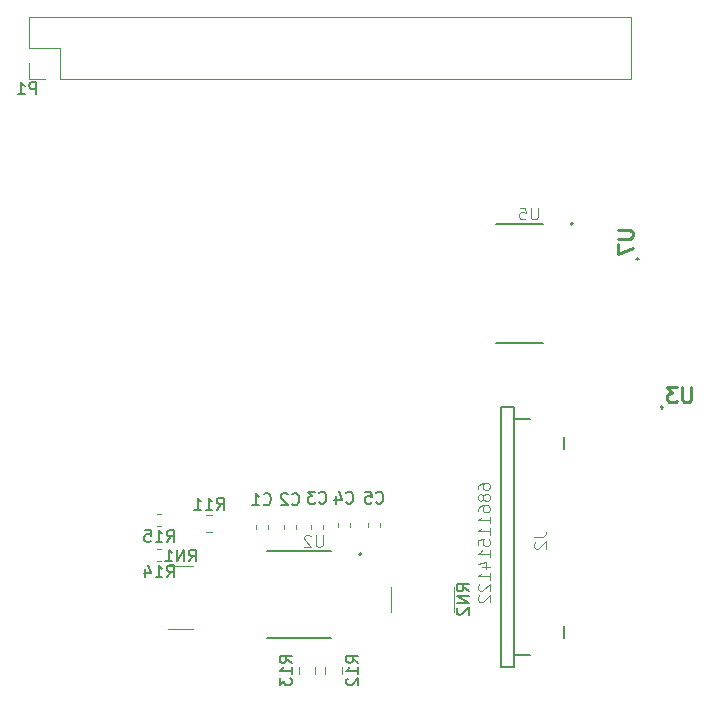
<source format=gbo>
G04 #@! TF.GenerationSoftware,KiCad,Pcbnew,(5.1.0)-1*
G04 #@! TF.CreationDate,2020-06-21T15:24:11+01:00*
G04 #@! TF.ProjectId,Top Board,546f7020-426f-4617-9264-2e6b69636164,-*
G04 #@! TF.SameCoordinates,Original*
G04 #@! TF.FileFunction,Legend,Bot*
G04 #@! TF.FilePolarity,Positive*
%FSLAX46Y46*%
G04 Gerber Fmt 4.6, Leading zero omitted, Abs format (unit mm)*
G04 Created by KiCad (PCBNEW (5.1.0)-1) date 2020-06-21 15:24:11*
%MOMM*%
%LPD*%
G04 APERTURE LIST*
%ADD10C,0.200000*%
%ADD11C,0.127000*%
%ADD12C,0.120000*%
%ADD13C,0.254000*%
%ADD14C,0.015000*%
%ADD15C,0.150000*%
%ADD16C,0.050000*%
G04 APERTURE END LIST*
D10*
X166600000Y-87450000D02*
X166600000Y-87450000D01*
X166400000Y-87450000D02*
X166400000Y-87450000D01*
X166400000Y-87450000D02*
G75*
G02X166600000Y-87450000I100000J0D01*
G01*
X166600000Y-87450000D02*
G75*
G02X166400000Y-87450000I-100000J0D01*
G01*
X168550000Y-100100000D02*
X168550000Y-100100000D01*
X168550000Y-99900000D02*
X168550000Y-99900000D01*
X168550000Y-99900000D02*
G75*
G02X168550000Y-100100000I0J-100000D01*
G01*
X168550000Y-100100000D02*
G75*
G02X168550000Y-99900000I0J100000D01*
G01*
D11*
X158500000Y-94560000D02*
X154500000Y-94560000D01*
X158500000Y-84440000D02*
X154500000Y-84440000D01*
D10*
X161030000Y-84465000D02*
G75*
G03X161030000Y-84465000I-100000J0D01*
G01*
D12*
X114990000Y-66960000D02*
X114990000Y-69560000D01*
X114990000Y-66960000D02*
X165910000Y-66960000D01*
X165910000Y-66960000D02*
X165910000Y-72160000D01*
X117590000Y-72160000D02*
X165910000Y-72160000D01*
X117590000Y-69560000D02*
X117590000Y-72160000D01*
X114990000Y-69560000D02*
X117590000Y-69560000D01*
X114990000Y-72160000D02*
X116320000Y-72160000D01*
X114990000Y-70830000D02*
X114990000Y-72160000D01*
X134164000Y-110277267D02*
X134164000Y-109934733D01*
X135184000Y-110277267D02*
X135184000Y-109934733D01*
X136577000Y-110291267D02*
X136577000Y-109948733D01*
X137597000Y-110291267D02*
X137597000Y-109948733D01*
X139883000Y-110263267D02*
X139883000Y-109920733D01*
X138863000Y-110263267D02*
X138863000Y-109920733D01*
X141149000Y-110150267D02*
X141149000Y-109807733D01*
X142169000Y-110150267D02*
X142169000Y-109807733D01*
X144709000Y-110150267D02*
X144709000Y-109807733D01*
X143689000Y-110150267D02*
X143689000Y-109807733D01*
X130499252Y-109150000D02*
X129976748Y-109150000D01*
X130499252Y-110570000D02*
X129976748Y-110570000D01*
X141460000Y-122536252D02*
X141460000Y-122013748D01*
X140040000Y-122536252D02*
X140040000Y-122013748D01*
X137790000Y-122536252D02*
X137790000Y-122013748D01*
X139210000Y-122536252D02*
X139210000Y-122013748D01*
X125828733Y-111990000D02*
X126171267Y-111990000D01*
X125828733Y-113010000D02*
X126171267Y-113010000D01*
X125828733Y-110010000D02*
X126171267Y-110010000D01*
X125828733Y-108990000D02*
X126171267Y-108990000D01*
D10*
X143109000Y-112424000D02*
G75*
G03X143109000Y-112424000I-100000J0D01*
G01*
D11*
X140539000Y-112164000D02*
X135159000Y-112164000D01*
X140539000Y-119494000D02*
X135159000Y-119494000D01*
D12*
X126766000Y-118753000D02*
X128866000Y-118753000D01*
X126766000Y-113413000D02*
X128866000Y-113413000D01*
X150920000Y-115200000D02*
X150920000Y-117300000D01*
X145580000Y-115200000D02*
X145580000Y-117300000D01*
D11*
X156000000Y-122000000D02*
X156000000Y-121000000D01*
X156000000Y-121000000D02*
X156000000Y-101000000D01*
X156000000Y-101000000D02*
X156000000Y-100000000D01*
X156000000Y-100000000D02*
X154900000Y-100000000D01*
X154900000Y-100000000D02*
X154900000Y-122000000D01*
X154900000Y-122000000D02*
X156000000Y-122000000D01*
X160300000Y-119500000D02*
X160300000Y-118500000D01*
X160300000Y-103500000D02*
X160300000Y-102500000D01*
X157400000Y-121000000D02*
X156000000Y-121000000D01*
X157400000Y-101000000D02*
X156000000Y-101000000D01*
D13*
X164804523Y-84982380D02*
X165832619Y-84982380D01*
X165953571Y-85042857D01*
X166014047Y-85103333D01*
X166074523Y-85224285D01*
X166074523Y-85466190D01*
X166014047Y-85587142D01*
X165953571Y-85647619D01*
X165832619Y-85708095D01*
X164804523Y-85708095D01*
X164804523Y-86191904D02*
X164804523Y-87038571D01*
X166074523Y-86494285D01*
X171017619Y-98304523D02*
X171017619Y-99332619D01*
X170957142Y-99453571D01*
X170896666Y-99514047D01*
X170775714Y-99574523D01*
X170533809Y-99574523D01*
X170412857Y-99514047D01*
X170352380Y-99453571D01*
X170291904Y-99332619D01*
X170291904Y-98304523D01*
X169808095Y-98304523D02*
X169021904Y-98304523D01*
X169445238Y-98788333D01*
X169263809Y-98788333D01*
X169142857Y-98848809D01*
X169082380Y-98909285D01*
X169021904Y-99030238D01*
X169021904Y-99332619D01*
X169082380Y-99453571D01*
X169142857Y-99514047D01*
X169263809Y-99574523D01*
X169626666Y-99574523D01*
X169747619Y-99514047D01*
X169808095Y-99453571D01*
D14*
X158036904Y-83080380D02*
X158036904Y-83889904D01*
X157989285Y-83985142D01*
X157941666Y-84032761D01*
X157846428Y-84080380D01*
X157655952Y-84080380D01*
X157560714Y-84032761D01*
X157513095Y-83985142D01*
X157465476Y-83889904D01*
X157465476Y-83080380D01*
X156513095Y-83080380D02*
X156989285Y-83080380D01*
X157036904Y-83556571D01*
X156989285Y-83508952D01*
X156894047Y-83461333D01*
X156655952Y-83461333D01*
X156560714Y-83508952D01*
X156513095Y-83556571D01*
X156465476Y-83651809D01*
X156465476Y-83889904D01*
X156513095Y-83985142D01*
X156560714Y-84032761D01*
X156655952Y-84080380D01*
X156894047Y-84080380D01*
X156989285Y-84032761D01*
X157036904Y-83985142D01*
D15*
X115546095Y-73490380D02*
X115546095Y-72490380D01*
X115165142Y-72490380D01*
X115069904Y-72538000D01*
X115022285Y-72585619D01*
X114974666Y-72680857D01*
X114974666Y-72823714D01*
X115022285Y-72918952D01*
X115069904Y-72966571D01*
X115165142Y-73014190D01*
X115546095Y-73014190D01*
X114022285Y-73490380D02*
X114593714Y-73490380D01*
X114308000Y-73490380D02*
X114308000Y-72490380D01*
X114403238Y-72633238D01*
X114498476Y-72728476D01*
X114593714Y-72776095D01*
X134840666Y-108177142D02*
X134888285Y-108224761D01*
X135031142Y-108272380D01*
X135126380Y-108272380D01*
X135269238Y-108224761D01*
X135364476Y-108129523D01*
X135412095Y-108034285D01*
X135459714Y-107843809D01*
X135459714Y-107700952D01*
X135412095Y-107510476D01*
X135364476Y-107415238D01*
X135269238Y-107320000D01*
X135126380Y-107272380D01*
X135031142Y-107272380D01*
X134888285Y-107320000D01*
X134840666Y-107367619D01*
X133888285Y-108272380D02*
X134459714Y-108272380D01*
X134174000Y-108272380D02*
X134174000Y-107272380D01*
X134269238Y-107415238D01*
X134364476Y-107510476D01*
X134459714Y-107558095D01*
X137253666Y-108177142D02*
X137301285Y-108224761D01*
X137444142Y-108272380D01*
X137539380Y-108272380D01*
X137682238Y-108224761D01*
X137777476Y-108129523D01*
X137825095Y-108034285D01*
X137872714Y-107843809D01*
X137872714Y-107700952D01*
X137825095Y-107510476D01*
X137777476Y-107415238D01*
X137682238Y-107320000D01*
X137539380Y-107272380D01*
X137444142Y-107272380D01*
X137301285Y-107320000D01*
X137253666Y-107367619D01*
X136872714Y-107367619D02*
X136825095Y-107320000D01*
X136729857Y-107272380D01*
X136491761Y-107272380D01*
X136396523Y-107320000D01*
X136348904Y-107367619D01*
X136301285Y-107462857D01*
X136301285Y-107558095D01*
X136348904Y-107700952D01*
X136920333Y-108272380D01*
X136301285Y-108272380D01*
X139539666Y-108050142D02*
X139587285Y-108097761D01*
X139730142Y-108145380D01*
X139825380Y-108145380D01*
X139968238Y-108097761D01*
X140063476Y-108002523D01*
X140111095Y-107907285D01*
X140158714Y-107716809D01*
X140158714Y-107573952D01*
X140111095Y-107383476D01*
X140063476Y-107288238D01*
X139968238Y-107193000D01*
X139825380Y-107145380D01*
X139730142Y-107145380D01*
X139587285Y-107193000D01*
X139539666Y-107240619D01*
X139206333Y-107145380D02*
X138587285Y-107145380D01*
X138920619Y-107526333D01*
X138777761Y-107526333D01*
X138682523Y-107573952D01*
X138634904Y-107621571D01*
X138587285Y-107716809D01*
X138587285Y-107954904D01*
X138634904Y-108050142D01*
X138682523Y-108097761D01*
X138777761Y-108145380D01*
X139063476Y-108145380D01*
X139158714Y-108097761D01*
X139206333Y-108050142D01*
X141825666Y-108050142D02*
X141873285Y-108097761D01*
X142016142Y-108145380D01*
X142111380Y-108145380D01*
X142254238Y-108097761D01*
X142349476Y-108002523D01*
X142397095Y-107907285D01*
X142444714Y-107716809D01*
X142444714Y-107573952D01*
X142397095Y-107383476D01*
X142349476Y-107288238D01*
X142254238Y-107193000D01*
X142111380Y-107145380D01*
X142016142Y-107145380D01*
X141873285Y-107193000D01*
X141825666Y-107240619D01*
X140968523Y-107478714D02*
X140968523Y-108145380D01*
X141206619Y-107097761D02*
X141444714Y-107812047D01*
X140825666Y-107812047D01*
X144365666Y-108050142D02*
X144413285Y-108097761D01*
X144556142Y-108145380D01*
X144651380Y-108145380D01*
X144794238Y-108097761D01*
X144889476Y-108002523D01*
X144937095Y-107907285D01*
X144984714Y-107716809D01*
X144984714Y-107573952D01*
X144937095Y-107383476D01*
X144889476Y-107288238D01*
X144794238Y-107193000D01*
X144651380Y-107145380D01*
X144556142Y-107145380D01*
X144413285Y-107193000D01*
X144365666Y-107240619D01*
X143460904Y-107145380D02*
X143937095Y-107145380D01*
X143984714Y-107621571D01*
X143937095Y-107573952D01*
X143841857Y-107526333D01*
X143603761Y-107526333D01*
X143508523Y-107573952D01*
X143460904Y-107621571D01*
X143413285Y-107716809D01*
X143413285Y-107954904D01*
X143460904Y-108050142D01*
X143508523Y-108097761D01*
X143603761Y-108145380D01*
X143841857Y-108145380D01*
X143937095Y-108097761D01*
X143984714Y-108050142D01*
X130880857Y-108662380D02*
X131214190Y-108186190D01*
X131452285Y-108662380D02*
X131452285Y-107662380D01*
X131071333Y-107662380D01*
X130976095Y-107710000D01*
X130928476Y-107757619D01*
X130880857Y-107852857D01*
X130880857Y-107995714D01*
X130928476Y-108090952D01*
X130976095Y-108138571D01*
X131071333Y-108186190D01*
X131452285Y-108186190D01*
X129928476Y-108662380D02*
X130499904Y-108662380D01*
X130214190Y-108662380D02*
X130214190Y-107662380D01*
X130309428Y-107805238D01*
X130404666Y-107900476D01*
X130499904Y-107948095D01*
X128976095Y-108662380D02*
X129547523Y-108662380D01*
X129261809Y-108662380D02*
X129261809Y-107662380D01*
X129357047Y-107805238D01*
X129452285Y-107900476D01*
X129547523Y-107948095D01*
X142852380Y-121632142D02*
X142376190Y-121298809D01*
X142852380Y-121060714D02*
X141852380Y-121060714D01*
X141852380Y-121441666D01*
X141900000Y-121536904D01*
X141947619Y-121584523D01*
X142042857Y-121632142D01*
X142185714Y-121632142D01*
X142280952Y-121584523D01*
X142328571Y-121536904D01*
X142376190Y-121441666D01*
X142376190Y-121060714D01*
X142852380Y-122584523D02*
X142852380Y-122013095D01*
X142852380Y-122298809D02*
X141852380Y-122298809D01*
X141995238Y-122203571D01*
X142090476Y-122108333D01*
X142138095Y-122013095D01*
X141947619Y-122965476D02*
X141900000Y-123013095D01*
X141852380Y-123108333D01*
X141852380Y-123346428D01*
X141900000Y-123441666D01*
X141947619Y-123489285D01*
X142042857Y-123536904D01*
X142138095Y-123536904D01*
X142280952Y-123489285D01*
X142852380Y-122917857D01*
X142852380Y-123536904D01*
X137202380Y-121632142D02*
X136726190Y-121298809D01*
X137202380Y-121060714D02*
X136202380Y-121060714D01*
X136202380Y-121441666D01*
X136250000Y-121536904D01*
X136297619Y-121584523D01*
X136392857Y-121632142D01*
X136535714Y-121632142D01*
X136630952Y-121584523D01*
X136678571Y-121536904D01*
X136726190Y-121441666D01*
X136726190Y-121060714D01*
X137202380Y-122584523D02*
X137202380Y-122013095D01*
X137202380Y-122298809D02*
X136202380Y-122298809D01*
X136345238Y-122203571D01*
X136440476Y-122108333D01*
X136488095Y-122013095D01*
X136202380Y-122917857D02*
X136202380Y-123536904D01*
X136583333Y-123203571D01*
X136583333Y-123346428D01*
X136630952Y-123441666D01*
X136678571Y-123489285D01*
X136773809Y-123536904D01*
X137011904Y-123536904D01*
X137107142Y-123489285D01*
X137154761Y-123441666D01*
X137202380Y-123346428D01*
X137202380Y-123060714D01*
X137154761Y-122965476D01*
X137107142Y-122917857D01*
X126642857Y-114382380D02*
X126976190Y-113906190D01*
X127214285Y-114382380D02*
X127214285Y-113382380D01*
X126833333Y-113382380D01*
X126738095Y-113430000D01*
X126690476Y-113477619D01*
X126642857Y-113572857D01*
X126642857Y-113715714D01*
X126690476Y-113810952D01*
X126738095Y-113858571D01*
X126833333Y-113906190D01*
X127214285Y-113906190D01*
X125690476Y-114382380D02*
X126261904Y-114382380D01*
X125976190Y-114382380D02*
X125976190Y-113382380D01*
X126071428Y-113525238D01*
X126166666Y-113620476D01*
X126261904Y-113668095D01*
X124833333Y-113715714D02*
X124833333Y-114382380D01*
X125071428Y-113334761D02*
X125309523Y-114049047D01*
X124690476Y-114049047D01*
X126642857Y-111382380D02*
X126976190Y-110906190D01*
X127214285Y-111382380D02*
X127214285Y-110382380D01*
X126833333Y-110382380D01*
X126738095Y-110430000D01*
X126690476Y-110477619D01*
X126642857Y-110572857D01*
X126642857Y-110715714D01*
X126690476Y-110810952D01*
X126738095Y-110858571D01*
X126833333Y-110906190D01*
X127214285Y-110906190D01*
X125690476Y-111382380D02*
X126261904Y-111382380D01*
X125976190Y-111382380D02*
X125976190Y-110382380D01*
X126071428Y-110525238D01*
X126166666Y-110620476D01*
X126261904Y-110668095D01*
X124785714Y-110382380D02*
X125261904Y-110382380D01*
X125309523Y-110858571D01*
X125261904Y-110810952D01*
X125166666Y-110763333D01*
X124928571Y-110763333D01*
X124833333Y-110810952D01*
X124785714Y-110858571D01*
X124738095Y-110953809D01*
X124738095Y-111191904D01*
X124785714Y-111287142D01*
X124833333Y-111334761D01*
X124928571Y-111382380D01*
X125166666Y-111382380D01*
X125261904Y-111334761D01*
X125309523Y-111287142D01*
D14*
X139825904Y-110804380D02*
X139825904Y-111613904D01*
X139778285Y-111709142D01*
X139730666Y-111756761D01*
X139635428Y-111804380D01*
X139444952Y-111804380D01*
X139349714Y-111756761D01*
X139302095Y-111709142D01*
X139254476Y-111613904D01*
X139254476Y-110804380D01*
X138825904Y-110899619D02*
X138778285Y-110852000D01*
X138683047Y-110804380D01*
X138444952Y-110804380D01*
X138349714Y-110852000D01*
X138302095Y-110899619D01*
X138254476Y-110994857D01*
X138254476Y-111090095D01*
X138302095Y-111232952D01*
X138873523Y-111804380D01*
X138254476Y-111804380D01*
D15*
X128506476Y-113035380D02*
X128839809Y-112559190D01*
X129077904Y-113035380D02*
X129077904Y-112035380D01*
X128696952Y-112035380D01*
X128601714Y-112083000D01*
X128554095Y-112130619D01*
X128506476Y-112225857D01*
X128506476Y-112368714D01*
X128554095Y-112463952D01*
X128601714Y-112511571D01*
X128696952Y-112559190D01*
X129077904Y-112559190D01*
X128077904Y-113035380D02*
X128077904Y-112035380D01*
X127506476Y-113035380D01*
X127506476Y-112035380D01*
X126506476Y-113035380D02*
X127077904Y-113035380D01*
X126792190Y-113035380D02*
X126792190Y-112035380D01*
X126887428Y-112178238D01*
X126982666Y-112273476D01*
X127077904Y-112321095D01*
X152202380Y-115559523D02*
X151726190Y-115226190D01*
X152202380Y-114988095D02*
X151202380Y-114988095D01*
X151202380Y-115369047D01*
X151250000Y-115464285D01*
X151297619Y-115511904D01*
X151392857Y-115559523D01*
X151535714Y-115559523D01*
X151630952Y-115511904D01*
X151678571Y-115464285D01*
X151726190Y-115369047D01*
X151726190Y-114988095D01*
X152202380Y-115988095D02*
X151202380Y-115988095D01*
X152202380Y-116559523D01*
X151202380Y-116559523D01*
X151297619Y-116988095D02*
X151250000Y-117035714D01*
X151202380Y-117130952D01*
X151202380Y-117369047D01*
X151250000Y-117464285D01*
X151297619Y-117511904D01*
X151392857Y-117559523D01*
X151488095Y-117559523D01*
X151630952Y-117511904D01*
X152202380Y-116940476D01*
X152202380Y-117559523D01*
D16*
X157741180Y-110971466D02*
X158455466Y-110971466D01*
X158598323Y-110923847D01*
X158693561Y-110828609D01*
X158741180Y-110685752D01*
X158741180Y-110590514D01*
X157836419Y-111400038D02*
X157788800Y-111447657D01*
X157741180Y-111542895D01*
X157741180Y-111780990D01*
X157788800Y-111876228D01*
X157836419Y-111923847D01*
X157931657Y-111971466D01*
X158026895Y-111971466D01*
X158169752Y-111923847D01*
X158741180Y-111352419D01*
X158741180Y-111971466D01*
X153003980Y-106875171D02*
X153003980Y-106684695D01*
X153051600Y-106589457D01*
X153099219Y-106541838D01*
X153242076Y-106446600D01*
X153432552Y-106398980D01*
X153813504Y-106398980D01*
X153908742Y-106446600D01*
X153956361Y-106494219D01*
X154003980Y-106589457D01*
X154003980Y-106779933D01*
X153956361Y-106875171D01*
X153908742Y-106922790D01*
X153813504Y-106970409D01*
X153575409Y-106970409D01*
X153480171Y-106922790D01*
X153432552Y-106875171D01*
X153384933Y-106779933D01*
X153384933Y-106589457D01*
X153432552Y-106494219D01*
X153480171Y-106446600D01*
X153575409Y-106398980D01*
X153432552Y-107541838D02*
X153384933Y-107446600D01*
X153337314Y-107398980D01*
X153242076Y-107351361D01*
X153194457Y-107351361D01*
X153099219Y-107398980D01*
X153051600Y-107446600D01*
X153003980Y-107541838D01*
X153003980Y-107732314D01*
X153051600Y-107827552D01*
X153099219Y-107875171D01*
X153194457Y-107922790D01*
X153242076Y-107922790D01*
X153337314Y-107875171D01*
X153384933Y-107827552D01*
X153432552Y-107732314D01*
X153432552Y-107541838D01*
X153480171Y-107446600D01*
X153527790Y-107398980D01*
X153623028Y-107351361D01*
X153813504Y-107351361D01*
X153908742Y-107398980D01*
X153956361Y-107446600D01*
X154003980Y-107541838D01*
X154003980Y-107732314D01*
X153956361Y-107827552D01*
X153908742Y-107875171D01*
X153813504Y-107922790D01*
X153623028Y-107922790D01*
X153527790Y-107875171D01*
X153480171Y-107827552D01*
X153432552Y-107732314D01*
X153003980Y-108779933D02*
X153003980Y-108589457D01*
X153051600Y-108494219D01*
X153099219Y-108446599D01*
X153242076Y-108351361D01*
X153432552Y-108303742D01*
X153813504Y-108303742D01*
X153908742Y-108351361D01*
X153956361Y-108398980D01*
X154003980Y-108494219D01*
X154003980Y-108684695D01*
X153956361Y-108779933D01*
X153908742Y-108827552D01*
X153813504Y-108875171D01*
X153575409Y-108875171D01*
X153480171Y-108827552D01*
X153432552Y-108779933D01*
X153384933Y-108684695D01*
X153384933Y-108494219D01*
X153432552Y-108398980D01*
X153480171Y-108351361D01*
X153575409Y-108303742D01*
X154003980Y-109827552D02*
X154003980Y-109256123D01*
X154003980Y-109541838D02*
X153003980Y-109541838D01*
X153146838Y-109446599D01*
X153242076Y-109351361D01*
X153289695Y-109256123D01*
X154003980Y-110779933D02*
X154003980Y-110208504D01*
X154003980Y-110494219D02*
X153003980Y-110494219D01*
X153146838Y-110398980D01*
X153242076Y-110303742D01*
X153289695Y-110208504D01*
X153003980Y-111684695D02*
X153003980Y-111208504D01*
X153480171Y-111160885D01*
X153432552Y-111208504D01*
X153384933Y-111303742D01*
X153384933Y-111541838D01*
X153432552Y-111637076D01*
X153480171Y-111684695D01*
X153575409Y-111732314D01*
X153813504Y-111732314D01*
X153908742Y-111684695D01*
X153956361Y-111637076D01*
X154003980Y-111541838D01*
X154003980Y-111303742D01*
X153956361Y-111208504D01*
X153908742Y-111160885D01*
X154003980Y-112684695D02*
X154003980Y-112113266D01*
X154003980Y-112398980D02*
X153003980Y-112398980D01*
X153146838Y-112303742D01*
X153242076Y-112208504D01*
X153289695Y-112113266D01*
X153337314Y-113541838D02*
X154003980Y-113541838D01*
X152956361Y-113303742D02*
X153670647Y-113065647D01*
X153670647Y-113684695D01*
X154003980Y-114589457D02*
X154003980Y-114018028D01*
X154003980Y-114303742D02*
X153003980Y-114303742D01*
X153146838Y-114208504D01*
X153242076Y-114113266D01*
X153289695Y-114018028D01*
X153099219Y-114970409D02*
X153051600Y-115018028D01*
X153003980Y-115113266D01*
X153003980Y-115351361D01*
X153051600Y-115446599D01*
X153099219Y-115494219D01*
X153194457Y-115541838D01*
X153289695Y-115541838D01*
X153432552Y-115494219D01*
X154003980Y-114922790D01*
X154003980Y-115541838D01*
X153099219Y-115922790D02*
X153051600Y-115970409D01*
X153003980Y-116065647D01*
X153003980Y-116303742D01*
X153051600Y-116398980D01*
X153099219Y-116446599D01*
X153194457Y-116494219D01*
X153289695Y-116494219D01*
X153432552Y-116446599D01*
X154003980Y-115875171D01*
X154003980Y-116494219D01*
M02*

</source>
